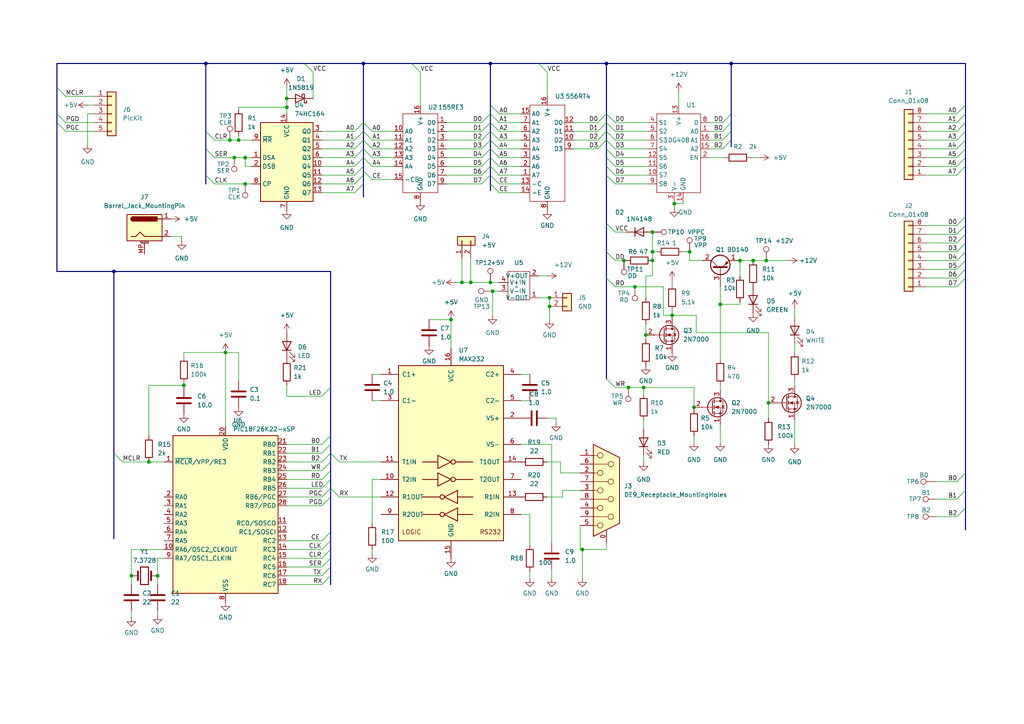
<source format=kicad_sch>
(kicad_sch (version 20231120) (generator "eeschema") (generator_version "8.0")
  (paper "A4")
  (junction (at 222.25 75.565))
  (junction (at 212.09 18.415))
  (junction (at 33.02 78.74))
  (junction (at 142.24 18.415))
  (junction (at 200.025 73.025))
  (junction (at 189.23 75.565))
  (junction (at 159.385 88.9))
  (junction (at 67.945 45.72))
  (junction (at 43.18 133.985))
  (junction (at 136.525 81.915))
  (junction (at 133.985 81.915))
  (junction (at 195.58 59.055))
  (junction (at 71.12 45.72))
  (junction (at 45.72 167.005))
  (junction (at 201.295 118.11))
  (junction (at 180.975 75.565))
  (junction (at 66.675 40.64))
  (junction (at 159.385 86.36))
  (junction (at 189.23 73.025))
  (junction (at 208.915 88.265))
  (junction (at 130.81 92.71))
  (junction (at 175.895 18.415))
  (junction (at 69.215 40.64))
  (junction (at 83.185 31.115))
  (junction (at 142.24 81.915))
  (junction (at 194.945 91.44))
  (junction (at 38.1 167.005))
  (junction (at 214.63 75.565))
  (junction (at 142.875 84.455))
  (junction (at 71.12 53.34))
  (junction (at 218.44 75.565))
  (junction (at 222.885 116.84))
  (junction (at 65.405 102.235))
  (junction (at 53.34 111.76))
  (junction (at 182.245 112.395))
  (junction (at 184.15 83.185))
  (junction (at 187.325 97.155))
  (junction (at 168.91 159.385))
  (junction (at 105.41 18.415))
  (junction (at 189.23 67.31))
  (junction (at 186.69 112.395))
  (junction (at 83.185 28.575))
  (junction (at 59.69 18.415))
  (bus_entry (at 178.435 48.26) (size -2.54 -2.54))
  (bus_entry (at 93.345 128.905) (size 2.54 -2.54))
  (bus_entry (at 209.55 35.56) (size 2.54 -2.54))
  (bus_entry (at 16.51 35.56) (size 2.54 2.54))
  (bus_entry (at 178.435 40.64) (size -2.54 -2.54))
  (bus_entry (at 173.355 40.64) (size 2.54 -2.54))
  (bus_entry (at 277.495 38.1) (size 2.54 -2.54))
  (bus_entry (at 277.495 144.78) (size 2.54 -2.54))
  (bus_entry (at 178.435 38.1) (size -2.54 -2.54))
  (bus_entry (at 277.495 70.485) (size 2.54 -2.54))
  (bus_entry (at 277.495 73.025) (size 2.54 -2.54))
  (bus_entry (at 102.87 45.72) (size 2.54 -2.54))
  (bus_entry (at 93.345 159.385) (size 2.54 -2.54))
  (bus_entry (at 277.495 80.645) (size 2.54 -2.54))
  (bus_entry (at 139.7 35.56) (size 2.54 -2.54))
  (bus_entry (at 93.345 144.145) (size 2.54 -2.54))
  (bus_entry (at 144.78 50.8) (size -2.54 -2.54))
  (bus_entry (at 93.345 133.985) (size 2.54 -2.54))
  (bus_entry (at 178.435 45.72) (size -2.54 -2.54))
  (bus_entry (at 175.895 80.645) (size 2.54 2.54))
  (bus_entry (at 209.55 38.1) (size 2.54 -2.54))
  (bus_entry (at 209.55 40.64) (size 2.54 -2.54))
  (bus_entry (at 93.345 136.525) (size 2.54 -2.54))
  (bus_entry (at 93.345 169.545) (size 2.54 -2.54))
  (bus_entry (at 209.55 43.18) (size 2.54 -2.54))
  (bus_entry (at 93.345 167.005) (size 2.54 -2.54))
  (bus_entry (at 139.7 50.8) (size 2.54 -2.54))
  (bus_entry (at 277.495 35.56) (size 2.54 -2.54))
  (bus_entry (at 175.895 109.855) (size 2.54 2.54))
  (bus_entry (at 144.78 53.34) (size -2.54 -2.54))
  (bus_entry (at 93.345 146.685) (size 2.54 -2.54))
  (bus_entry (at 93.345 131.445) (size 2.54 -2.54))
  (bus_entry (at 277.495 48.26) (size 2.54 -2.54))
  (bus_entry (at 277.495 139.7) (size 2.54 -2.54))
  (bus_entry (at 139.7 48.26) (size 2.54 -2.54))
  (bus_entry (at 102.87 55.88) (size 2.54 -2.54))
  (bus_entry (at 105.41 43.18) (size 2.54 2.54))
  (bus_entry (at 93.345 161.925) (size 2.54 -2.54))
  (bus_entry (at 277.495 83.185) (size 2.54 -2.54))
  (bus_entry (at 102.87 53.34) (size 2.54 -2.54))
  (bus_entry (at 105.41 49.53) (size 2.54 2.54))
  (bus_entry (at 93.345 141.605) (size 2.54 -2.54))
  (bus_entry (at 144.78 38.1) (size -2.54 -2.54))
  (bus_entry (at 277.495 65.405) (size 2.54 -2.54))
  (bus_entry (at 156.21 18.415) (size 2.54 2.54))
  (bus_entry (at 98.425 144.145) (size -2.54 -2.54))
  (bus_entry (at 173.355 38.1) (size 2.54 -2.54))
  (bus_entry (at 144.78 33.02) (size -2.54 -2.54))
  (bus_entry (at 175.895 64.77) (size 2.54 2.54))
  (bus_entry (at 95.885 131.445) (size 2.54 2.54))
  (bus_entry (at 277.495 149.86) (size 2.54 -2.54))
  (bus_entry (at 173.355 43.18) (size 2.54 -2.54))
  (bus_entry (at 102.87 48.26) (size 2.54 -2.54))
  (bus_entry (at 178.435 53.34) (size -2.54 -2.54))
  (bus_entry (at 178.435 43.18) (size -2.54 -2.54))
  (bus_entry (at 16.51 33.02) (size 2.54 2.54))
  (bus_entry (at 105.41 38.1) (size 2.54 2.54))
  (bus_entry (at 33.02 131.445) (size 2.54 2.54))
  (bus_entry (at 93.345 156.845) (size 2.54 -2.54))
  (bus_entry (at 105.41 45.72) (size 2.54 2.54))
  (bus_entry (at 93.345 114.935) (size 2.54 -2.54))
  (bus_entry (at 59.69 50.8) (size 2.54 2.54))
  (bus_entry (at 16.51 25.4) (size 2.54 2.54))
  (bus_entry (at 93.345 164.465) (size 2.54 -2.54))
  (bus_entry (at 277.495 33.02) (size 2.54 -2.54))
  (bus_entry (at 178.435 35.56) (size -2.54 -2.54))
  (bus_entry (at 277.495 75.565) (size 2.54 -2.54))
  (bus_entry (at 173.355 35.56) (size 2.54 -2.54))
  (bus_entry (at 144.78 43.18) (size -2.54 -2.54))
  (bus_entry (at 59.69 38.1) (size 2.54 2.54))
  (bus_entry (at 277.495 50.8) (size 2.54 -2.54))
  (bus_entry (at 144.78 45.72) (size -2.54 -2.54))
  (bus_entry (at 277.495 40.64) (size 2.54 -2.54))
  (bus_entry (at 175.895 73.025) (size 2.54 2.54))
  (bus_entry (at 144.78 55.88) (size -2.54 -2.54))
  (bus_entry (at 277.495 78.105) (size 2.54 -2.54))
  (bus_entry (at 178.435 50.8) (size -2.54 -2.54))
  (bus_entry (at 102.87 38.1) (size 2.54 -2.54))
  (bus_entry (at 119.38 18.415) (size 2.54 2.54))
  (bus_entry (at 139.7 53.34) (size 2.54 -2.54))
  (bus_entry (at 105.41 40.64) (size 2.54 2.54))
  (bus_entry (at 105.41 35.56) (size 2.54 2.54))
  (bus_entry (at 139.7 45.72) (size 2.54 -2.54))
  (bus_entry (at 102.87 43.18) (size 2.54 -2.54))
  (bus_entry (at 88.265 18.415) (size 2.54 2.54))
  (bus_entry (at 102.87 40.64) (size 2.54 -2.54))
  (bus_entry (at 102.87 50.8) (size 2.54 -2.54))
  (bus_entry (at 144.78 35.56) (size -2.54 -2.54))
  (bus_entry (at 144.78 40.64) (size -2.54 -2.54))
  (bus_entry (at 144.78 48.26) (size -2.54 -2.54))
  (bus_entry (at 277.495 45.72) (size 2.54 -2.54))
  (bus_entry (at 139.7 38.1) (size 2.54 -2.54))
  (bus_entry (at 277.495 43.18) (size 2.54 -2.54))
  (bus_entry (at 139.7 40.64) (size 2.54 -2.54))
  (bus_entry (at 139.7 43.18) (size 2.54 -2.54))
  (bus_entry (at 93.345 139.065) (size 2.54 -2.54))
  (bus_entry (at 277.495 67.945) (size 2.54 -2.54))
  (bus_entry (at 59.69 43.18) (size 2.54 2.54))
  (wire (pts (xy 166.37 38.1) (xy 173.355 38.1)))
  (bus (pts (xy 59.69 18.415) (xy 88.265 18.415)))
  (bus (pts (xy 280.035 43.18) (xy 280.035 45.72)))
  (wire (pts (xy 129.54 38.1) (xy 139.7 38.1)))
  (wire (pts (xy 69.215 31.115) (xy 83.185 31.115)))
  (wire (pts (xy 53.34 102.235) (xy 53.34 103.505)))
  (wire (pts (xy 161.29 121.285) (xy 161.29 122.555)))
  (wire (pts (xy 196.85 26.67) (xy 196.85 30.48)))
  (bus (pts (xy 33.02 131.445) (xy 33.02 78.74)))
  (bus (pts (xy 142.24 30.48) (xy 142.24 33.02)))
  (wire (pts (xy 201.295 128.27) (xy 201.295 126.365)))
  (wire (pts (xy 189.23 80.01) (xy 189.23 75.565)))
  (wire (pts (xy 186.69 112.395) (xy 186.69 114.3)))
  (wire (pts (xy 178.435 43.18) (xy 187.96 43.18)))
  (wire (pts (xy 83.185 156.845) (xy 93.345 156.845)))
  (wire (pts (xy 201.295 112.395) (xy 201.295 118.11)))
  (wire (pts (xy 158.75 80.01) (xy 156.21 80.01)))
  (wire (pts (xy 53.34 111.125) (xy 53.34 111.76)))
  (wire (pts (xy 208.915 88.265) (xy 208.915 83.185)))
  (wire (pts (xy 93.345 114.935) (xy 83.185 114.935)))
  (wire (pts (xy 205.74 35.56) (xy 209.55 35.56)))
  (bus (pts (xy 16.51 35.56) (xy 16.51 78.74)))
  (wire (pts (xy 160.02 165.1) (xy 160.02 167.64)))
  (wire (pts (xy 159.385 86.36) (xy 159.385 88.9)))
  (bus (pts (xy 59.69 38.1) (xy 59.69 43.18)))
  (wire (pts (xy 25.4 33.02) (xy 25.4 41.91)))
  (wire (pts (xy 268.605 33.02) (xy 277.495 33.02)))
  (wire (pts (xy 159.385 86.36) (xy 156.21 86.36)))
  (wire (pts (xy 107.95 159.385) (xy 107.95 160.655)))
  (wire (pts (xy 222.885 116.84) (xy 222.885 96.52)))
  (bus (pts (xy 59.69 18.415) (xy 59.69 38.1)))
  (wire (pts (xy 184.15 83.185) (xy 192.405 83.185)))
  (bus (pts (xy 95.885 154.305) (xy 95.885 156.845)))
  (wire (pts (xy 144.78 40.64) (xy 151.13 40.64)))
  (wire (pts (xy 168.91 159.385) (xy 175.895 159.385)))
  (wire (pts (xy 129.54 43.18) (xy 139.7 43.18)))
  (bus (pts (xy 280.035 48.26) (xy 280.035 62.865)))
  (wire (pts (xy 178.435 50.8) (xy 187.96 50.8)))
  (bus (pts (xy 280.035 147.32) (xy 280.035 153.67)))
  (bus (pts (xy 156.21 18.415) (xy 175.895 18.415)))
  (wire (pts (xy 124.46 92.71) (xy 130.81 92.71)))
  (wire (pts (xy 144.78 43.18) (xy 151.13 43.18)))
  (wire (pts (xy 129.54 35.56) (xy 139.7 35.56)))
  (wire (pts (xy 136.525 74.93) (xy 136.525 81.915)))
  (wire (pts (xy 130.81 92.71) (xy 130.81 100.965)))
  (wire (pts (xy 178.435 40.64) (xy 187.96 40.64)))
  (wire (pts (xy 83.185 164.465) (xy 93.345 164.465)))
  (wire (pts (xy 163.195 142.24) (xy 163.195 144.145)))
  (wire (pts (xy 168.275 142.24) (xy 163.195 142.24)))
  (bus (pts (xy 280.035 35.56) (xy 280.035 38.1)))
  (wire (pts (xy 107.95 45.72) (xy 114.3 45.72)))
  (wire (pts (xy 166.37 40.64) (xy 173.355 40.64)))
  (bus (pts (xy 33.02 78.74) (xy 16.51 78.74)))
  (bus (pts (xy 95.885 144.145) (xy 95.885 154.305)))
  (bus (pts (xy 280.035 45.72) (xy 280.035 48.26)))
  (bus (pts (xy 280.035 67.945) (xy 280.035 70.485)))
  (bus (pts (xy 59.69 50.8) (xy 59.69 53.34)))
  (wire (pts (xy 144.78 53.34) (xy 151.13 53.34)))
  (wire (pts (xy 144.78 38.1) (xy 151.13 38.1)))
  (wire (pts (xy 71.12 48.26) (xy 73.025 48.26)))
  (bus (pts (xy 280.035 40.64) (xy 280.035 43.18)))
  (wire (pts (xy 107.95 108.585) (xy 110.49 108.585)))
  (wire (pts (xy 268.605 50.8) (xy 277.495 50.8)))
  (bus (pts (xy 105.41 50.8) (xy 105.41 53.34)))
  (wire (pts (xy 43.18 133.985) (xy 47.625 133.985)))
  (wire (pts (xy 195.58 59.055) (xy 195.58 60.325)))
  (bus (pts (xy 95.885 131.445) (xy 95.885 133.985)))
  (wire (pts (xy 62.23 45.72) (xy 67.945 45.72)))
  (wire (pts (xy 69.215 31.75) (xy 69.215 31.115)))
  (wire (pts (xy 214.63 75.565) (xy 214.63 80.01)))
  (bus (pts (xy 95.885 141.605) (xy 95.885 144.145)))
  (wire (pts (xy 168.91 159.385) (xy 168.91 167.64)))
  (wire (pts (xy 49.53 68.58) (xy 52.705 68.58)))
  (wire (pts (xy 129.54 40.64) (xy 139.7 40.64)))
  (wire (pts (xy 189.23 73.025) (xy 189.23 75.565)))
  (wire (pts (xy 45.72 161.925) (xy 45.72 167.005)))
  (wire (pts (xy 142.24 81.915) (xy 144.78 81.915)))
  (wire (pts (xy 268.605 67.945) (xy 277.495 67.945)))
  (bus (pts (xy 95.885 128.905) (xy 95.885 131.445)))
  (bus (pts (xy 95.885 164.465) (xy 95.885 167.005)))
  (bus (pts (xy 95.885 161.925) (xy 95.885 164.465)))
  (wire (pts (xy 175.895 159.385) (xy 175.895 157.48)))
  (wire (pts (xy 166.37 35.56) (xy 173.355 35.56)))
  (bus (pts (xy 142.24 48.26) (xy 142.24 50.8)))
  (bus (pts (xy 175.895 45.72) (xy 175.895 48.26)))
  (bus (pts (xy 280.035 142.24) (xy 280.035 147.32)))
  (wire (pts (xy 201.93 91.44) (xy 194.945 91.44)))
  (bus (pts (xy 142.24 35.56) (xy 142.24 38.1)))
  (bus (pts (xy 212.09 38.1) (xy 212.09 40.64)))
  (wire (pts (xy 166.37 43.18) (xy 173.355 43.18)))
  (wire (pts (xy 93.345 53.34) (xy 102.87 53.34)))
  (bus (pts (xy 142.24 50.8) (xy 142.24 53.34)))
  (bus (pts (xy 175.895 33.02) (xy 175.895 35.56)))
  (wire (pts (xy 268.605 83.185) (xy 277.495 83.185)))
  (wire (pts (xy 35.56 133.985) (xy 43.18 133.985)))
  (bus (pts (xy 33.02 78.74) (xy 95.885 78.74)))
  (bus (pts (xy 175.895 64.77) (xy 175.895 73.025)))
  (bus (pts (xy 33.02 156.21) (xy 33.02 131.445)))
  (wire (pts (xy 136.525 81.915) (xy 142.24 81.915)))
  (wire (pts (xy 178.435 45.72) (xy 187.96 45.72)))
  (wire (pts (xy 214.63 87.63) (xy 214.63 88.265)))
  (bus (pts (xy 280.035 80.645) (xy 280.035 137.16)))
  (wire (pts (xy 133.985 81.915) (xy 136.525 81.915)))
  (bus (pts (xy 119.38 18.415) (xy 142.24 18.415)))
  (wire (pts (xy 98.425 144.145) (xy 110.49 144.145)))
  (wire (pts (xy 160.02 128.905) (xy 160.02 157.48)))
  (wire (pts (xy 65.405 102.235) (xy 65.405 123.825)))
  (wire (pts (xy 83.185 167.005) (xy 93.345 167.005)))
  (wire (pts (xy 268.605 75.565) (xy 277.495 75.565)))
  (bus (pts (xy 142.24 18.415) (xy 142.24 30.48)))
  (wire (pts (xy 83.185 28.575) (xy 83.185 31.115)))
  (wire (pts (xy 186.69 121.92) (xy 186.69 124.46)))
  (wire (pts (xy 163.195 144.145) (xy 158.75 144.145)))
  (wire (pts (xy 144.78 45.72) (xy 151.13 45.72)))
  (wire (pts (xy 230.505 121.92) (xy 230.505 128.905)))
  (wire (pts (xy 268.605 43.18) (xy 277.495 43.18)))
  (wire (pts (xy 268.605 38.1) (xy 277.495 38.1)))
  (wire (pts (xy 83.185 161.925) (xy 93.345 161.925)))
  (wire (pts (xy 178.435 38.1) (xy 187.96 38.1)))
  (bus (pts (xy 95.885 133.985) (xy 95.885 136.525)))
  (wire (pts (xy 129.54 48.26) (xy 139.7 48.26)))
  (wire (pts (xy 144.78 48.26) (xy 151.13 48.26)))
  (bus (pts (xy 95.885 167.005) (xy 95.885 169.545)))
  (wire (pts (xy 158.75 20.955) (xy 158.75 27.94)))
  (wire (pts (xy 25.4 30.48) (xy 27.305 30.48)))
  (bus (pts (xy 16.51 33.02) (xy 16.51 35.56)))
  (wire (pts (xy 187.325 93.98) (xy 187.325 97.155)))
  (wire (pts (xy 83.185 133.985) (xy 93.345 133.985)))
  (bus (pts (xy 142.24 40.64) (xy 142.24 43.18)))
  (wire (pts (xy 133.985 74.93) (xy 133.985 81.915)))
  (wire (pts (xy 201.93 96.52) (xy 201.93 91.44)))
  (bus (pts (xy 280.035 73.025) (xy 280.035 75.565)))
  (wire (pts (xy 129.54 53.34) (xy 139.7 53.34)))
  (wire (pts (xy 107.95 116.205) (xy 110.49 116.205)))
  (bus (pts (xy 280.035 70.485) (xy 280.035 73.025)))
  (wire (pts (xy 186.69 112.395) (xy 201.295 112.395)))
  (wire (pts (xy 195.58 58.42) (xy 195.58 59.055)))
  (wire (pts (xy 98.425 133.985) (xy 110.49 133.985)))
  (wire (pts (xy 83.185 25.4) (xy 83.185 28.575)))
  (bus (pts (xy 95.885 112.395) (xy 95.885 126.365)))
  (bus (pts (xy 105.41 38.1) (xy 105.41 40.64)))
  (wire (pts (xy 83.185 141.605) (xy 93.345 141.605)))
  (wire (pts (xy 208.915 111.76) (xy 208.915 113.03)))
  (wire (pts (xy 107.95 48.26) (xy 114.3 48.26)))
  (wire (pts (xy 144.78 84.455) (xy 142.875 84.455)))
  (wire (pts (xy 268.605 80.645) (xy 277.495 80.645)))
  (wire (pts (xy 268.605 70.485) (xy 277.495 70.485)))
  (wire (pts (xy 71.12 45.72) (xy 71.12 48.26)))
  (wire (pts (xy 178.435 35.56) (xy 187.96 35.56)))
  (wire (pts (xy 205.74 40.64) (xy 209.55 40.64)))
  (wire (pts (xy 208.915 104.14) (xy 208.915 88.265)))
  (wire (pts (xy 43.18 111.76) (xy 53.34 111.76)))
  (wire (pts (xy 159.385 92.71) (xy 159.385 88.9)))
  (bus (pts (xy 175.895 18.415) (xy 175.895 33.02)))
  (wire (pts (xy 129.54 50.8) (xy 139.7 50.8)))
  (bus (pts (xy 105.41 45.72) (xy 105.41 48.26)))
  (bus (pts (xy 105.41 18.415) (xy 119.38 18.415)))
  (wire (pts (xy 142.875 84.455) (xy 142.875 91.44)))
  (wire (pts (xy 214.63 88.265) (xy 208.915 88.265)))
  (bus (pts (xy 95.885 139.065) (xy 95.885 141.605)))
  (wire (pts (xy 47.625 161.925) (xy 45.72 161.925)))
  (wire (pts (xy 83.185 159.385) (xy 93.345 159.385)))
  (bus (pts (xy 105.41 18.415) (xy 105.41 35.56)))
  (wire (pts (xy 83.185 139.065) (xy 93.345 139.065)))
  (bus (pts (xy 142.24 38.1) (xy 142.24 40.64)))
  (wire (pts (xy 83.185 146.685) (xy 93.345 146.685)))
  (wire (pts (xy 194.945 91.44) (xy 194.945 92.075)))
  (wire (pts (xy 129.54 45.72) (xy 139.7 45.72)))
  (wire (pts (xy 107.95 139.065) (xy 107.95 151.765)))
  (bus (pts (xy 16.51 25.4) (xy 16.51 33.02)))
  (wire (pts (xy 83.185 169.545) (xy 93.345 169.545)))
  (bus (pts (xy 280.035 30.48) (xy 280.035 33.02)))
  (wire (pts (xy 205.74 43.18) (xy 209.55 43.18)))
  (wire (pts (xy 178.435 53.34) (xy 187.96 53.34)))
  (wire (pts (xy 65.405 102.235) (xy 53.34 102.235)))
  (bus (pts (xy 280.035 78.105) (xy 280.035 80.645)))
  (wire (pts (xy 192.405 83.185) (xy 192.405 91.44)))
  (wire (pts (xy 198.12 58.42) (xy 198.12 59.055)))
  (bus (pts (xy 280.035 65.405) (xy 280.035 67.945)))
  (wire (pts (xy 144.78 35.56) (xy 151.13 35.56)))
  (bus (pts (xy 16.51 18.415) (xy 16.51 25.4)))
  (wire (pts (xy 214.63 75.565) (xy 213.995 75.565)))
  (wire (pts (xy 271.78 144.78) (xy 277.495 144.78)))
  (wire (pts (xy 45.72 177.165) (xy 45.72 178.435)))
  (wire (pts (xy 69.215 102.235) (xy 65.405 102.235)))
  (wire (pts (xy 178.435 83.185) (xy 184.15 83.185)))
  (wire (pts (xy 208.915 123.19) (xy 208.915 128.27)))
  (wire (pts (xy 93.345 55.88) (xy 102.87 55.88)))
  (bus (pts (xy 175.895 43.18) (xy 175.895 45.72)))
  (wire (pts (xy 73.025 40.64) (xy 69.215 40.64)))
  (wire (pts (xy 158.75 121.285) (xy 161.29 121.285)))
  (bus (pts (xy 142.24 53.34) (xy 142.24 55.245)))
  (wire (pts (xy 187.325 80.01) (xy 189.23 80.01)))
  (bus (pts (xy 95.885 126.365) (xy 95.885 128.905)))
  (wire (pts (xy 83.185 128.905) (xy 93.345 128.905)))
  (wire (pts (xy 222.885 96.52) (xy 201.93 96.52)))
  (bus (pts (xy 212.09 33.02) (xy 212.09 35.56)))
  (wire (pts (xy 187.325 86.36) (xy 187.325 80.01)))
  (wire (pts (xy 62.23 53.34) (xy 71.12 53.34)))
  (wire (pts (xy 19.05 27.94) (xy 27.305 27.94)))
  (bus (pts (xy 95.885 159.385) (xy 95.885 161.925)))
  (wire (pts (xy 93.345 50.8) (xy 102.87 50.8)))
  (bus (pts (xy 280.035 137.16) (xy 280.035 142.24)))
  (bus (pts (xy 16.51 18.415) (xy 59.69 18.415)))
  (wire (pts (xy 93.345 43.18) (xy 102.87 43.18)))
  (bus (pts (xy 212.09 18.415) (xy 212.09 33.02)))
  (wire (pts (xy 194.945 90.17) (xy 194.945 91.44)))
  (bus (pts (xy 212.09 35.56) (xy 212.09 38.1)))
  (wire (pts (xy 47.625 159.385) (xy 38.1 159.385)))
  (bus (pts (xy 95.885 136.525) (xy 95.885 139.065)))
  (wire (pts (xy 38.1 177.165) (xy 38.1 179.07)))
  (wire (pts (xy 217.805 45.72) (xy 220.345 45.72)))
  (wire (pts (xy 38.1 159.385) (xy 38.1 167.005)))
  (wire (pts (xy 153.67 165.735) (xy 153.67 167.64)))
  (wire (pts (xy 222.25 75.565) (xy 218.44 75.565)))
  (wire (pts (xy 198.12 59.055) (xy 195.58 59.055)))
  (wire (pts (xy 107.95 52.07) (xy 114.3 52.07)))
  (wire (pts (xy 67.945 45.72) (xy 71.12 45.72)))
  (bus (pts (xy 142.24 33.02) (xy 142.24 35.56)))
  (bus (pts (xy 280.035 18.415) (xy 280.035 30.48)))
  (wire (pts (xy 69.215 40.64) (xy 69.215 39.37)))
  (wire (pts (xy 52.705 68.58) (xy 52.705 69.85)))
  (wire (pts (xy 83.185 114.935) (xy 83.185 111.76)))
  (bus (pts (xy 175.895 18.415) (xy 212.09 18.415)))
  (wire (pts (xy 178.435 48.26) (xy 187.96 48.26)))
  (bus (pts (xy 105.41 49.53) (xy 105.41 50.8)))
  (wire (pts (xy 153.67 149.225) (xy 153.67 158.115)))
  (wire (pts (xy 180.975 75.565) (xy 181.61 75.565)))
  (bus (pts (xy 280.035 33.02) (xy 280.035 35.56)))
  (wire (pts (xy 201.295 118.745) (xy 201.295 118.11)))
  (bus (pts (xy 175.895 40.64) (xy 175.895 43.18)))
  (wire (pts (xy 19.05 35.56) (xy 27.305 35.56)))
  (wire (pts (xy 200.025 75.565) (xy 203.835 75.565)))
  (wire (pts (xy 93.345 38.1) (xy 102.87 38.1)))
  (wire (pts (xy 132.08 81.915) (xy 133.985 81.915)))
  (wire (pts (xy 205.74 45.72) (xy 210.185 45.72)))
  (wire (pts (xy 45.72 167.005) (xy 45.72 169.545)))
  (wire (pts (xy 158.75 133.985) (xy 162.56 133.985)))
  (bus (pts (xy 280.035 75.565) (xy 280.035 78.105)))
  (wire (pts (xy 268.605 48.26) (xy 277.495 48.26)))
  (bus (pts (xy 175.895 38.1) (xy 175.895 40.64)))
  (bus (pts (xy 95.885 78.74) (xy 95.885 112.395)))
  (wire (pts (xy 151.13 128.905) (xy 160.02 128.905)))
  (wire (pts (xy 218.44 75.565) (xy 214.63 75.565)))
  (wire (pts (xy 27.305 33.02) (xy 25.4 33.02)))
  (wire (pts (xy 73.025 45.72) (xy 71.12 45.72)))
  (bus (pts (xy 212.09 40.64) (xy 212.09 42.545)))
  (wire (pts (xy 268.605 73.025) (xy 277.495 73.025)))
  (wire (pts (xy 168.275 152.4) (xy 168.275 159.385)))
  (wire (pts (xy 162.56 137.16) (xy 168.275 137.16)))
  (bus (pts (xy 105.41 35.56) (xy 105.41 38.1)))
  (bus (pts (xy 175.895 48.26) (xy 175.895 50.8)))
  (wire (pts (xy 19.05 38.1) (xy 27.305 38.1)))
  (bus (pts (xy 175.895 73.025) (xy 175.895 80.645)))
  (wire (pts (xy 38.1 167.005) (xy 38.1 169.545)))
  (wire (pts (xy 69.215 110.49) (xy 69.215 102.235)))
  (wire (pts (xy 151.13 149.225) (xy 153.67 149.225)))
  (wire (pts (xy 93.345 48.26) (xy 102.87 48.26)))
  (wire (pts (xy 190.5 73.025) (xy 189.23 73.025)))
  (wire (pts (xy 186.69 132.08) (xy 186.69 133.985)))
  (wire (pts (xy 268.605 40.64) (xy 277.495 40.64)))
  (bus (pts (xy 280.035 38.1) (xy 280.035 40.64)))
  (wire (pts (xy 178.435 112.395) (xy 182.245 112.395)))
  (wire (pts (xy 83.185 136.525) (xy 93.345 136.525)))
  (wire (pts (xy 187.325 97.155) (xy 187.325 98.425)))
  (bus (pts (xy 105.41 53.34) (xy 105.41 57.15)))
  (bus (pts (xy 88.265 18.415) (xy 105.41 18.415)))
  (wire (pts (xy 93.345 45.72) (xy 102.87 45.72)))
  (wire (pts (xy 228.6 75.565) (xy 222.25 75.565)))
  (wire (pts (xy 230.505 89.535) (xy 230.505 92.075)))
  (wire (pts (xy 144.78 55.88) (xy 151.13 55.88)))
  (wire (pts (xy 230.505 99.695) (xy 230.505 102.235)))
  (bus (pts (xy 105.41 43.18) (xy 105.41 45.72)))
  (bus (pts (xy 175.895 80.645) (xy 175.895 109.855)))
  (bus (pts (xy 105.41 40.64) (xy 105.41 43.18)))
  (wire (pts (xy 182.245 112.395) (xy 186.69 112.395)))
  (bus (pts (xy 280.035 62.865) (xy 280.035 65.405)))
  (wire (pts (xy 93.345 40.64) (xy 102.87 40.64)))
  (wire (pts (xy 205.74 38.1) (xy 209.55 38.1)))
  (wire (pts (xy 268.605 65.405) (xy 277.495 65.405)))
  (wire (pts (xy 107.95 40.64) (xy 114.3 40.64)))
  (wire (pts (xy 83.185 144.145) (xy 93.345 144.145)))
  (wire (pts (xy 151.13 116.205) (xy 153.67 116.205)))
  (wire (pts (xy 110.49 139.065) (xy 107.95 139.065)))
  (wire (pts (xy 90.805 20.955) (xy 90.805 28.575)))
  (wire (pts (xy 121.92 20.955) (xy 121.92 30.48)))
  (wire (pts (xy 178.435 75.565) (xy 180.975 75.565)))
  (bus (pts (xy 105.41 48.26) (xy 105.41 49.53)))
  (wire (pts (xy 144.78 50.8) (xy 151.13 50.8)))
  (wire (pts (xy 83.185 31.115) (xy 83.185 33.02)))
  (wire (pts (xy 83.185 131.445) (xy 93.345 131.445)))
  (wire (pts (xy 168.275 159.385) (xy 168.91 159.385)))
  (bus (pts (xy 142.24 43.18) (xy 142.24 45.72)))
  (wire (pts (xy 107.95 43.18) (xy 114.3 43.18)))
  (wire (pts (xy 268.605 45.72) (xy 277.495 45.72)))
  (wire (pts (xy 53.34 111.76) (xy 53.34 112.395)))
  (wire (pts (xy 43.18 111.76) (xy 43.18 126.365)))
  (bus (pts (xy 59.69 43.18) (xy 59.69 50.8)))
  (wire (pts (xy 230.505 109.855) (xy 230.505 111.76)))
  (bus (pts (xy 142.24 18.415) (xy 156.21 18.415)))
  (wire (pts (xy 222.885 116.84) (xy 222.885 121.285)))
  (wire (pts (xy 268.605 35.56) (xy 277.495 35.56)))
  (wire (pts (xy 151.13 108.585) (xy 153.67 108.585)))
  (bus (pts (xy 95.885 156.845) (xy 95.885 159.385)))
  (wire (pts (xy 198.12 73.025) (xy 200.025 73.025)))
  (wire (pts (xy 62.23 40.64) (xy 66.675 40.64)))
  (bus (pts (xy 142.24 45.72) (xy 142.24 48.26)))
  (wire (pts (xy 192.405 91.44) (xy 194.945 91.44)))
  (wire (pts (xy 271.145 139.7) (xy 277.495 139.7)))
  (bus (pts (xy 175.895 35.56) (xy 175.895 38.1)))
  (wire (pts (xy 178.435 67.31) (xy 181.61 67.31)))
  (wire (pts (xy 107.95 38.1) (xy 114.3 38.1)))
  (wire (pts (xy 271.78 149.86) (xy 277.495 149.86)))
  (wire (pts (xy 189.23 67.31) (xy 189.23 73.025)))
  (bus (pts (xy 212.09 18.415) (xy 280.035 18.415)))
  (bus (pts (xy 175.895 50.8) (xy 175.895 64.77)))
  (wire (pts (xy 144.78 33.02) (xy 151.13 33.02)))
  (wire (pts (xy 268.605 78.105) (xy 277.495 78.105)))
  (wire (pts (xy 162.56 133.985) (xy 162.56 137.16)))
  (wire (pts (xy 71.12 53.34) (xy 73.025 53.34)))
  (wire (pts (xy 200.025 73.025) (xy 200.025 75.565)))
  (wire (pts (xy 194.945 81.28) (xy 194.945 82.55)))
  (wire (pts (xy 66.675 40.64) (xy 69.215 40.64)))
  (label "MCLR" (at 35.56 133.985 0))
  (label "D0" (at 137.16 35.56 0))
  (label "VCC" (at 90.805 20.955 0))
  (label "CLR" (at 62.23 40.64 0))
  (label "D2" (at 137.16 40.64 0))
  (label "B1" (at 274.955 144.78 0))
  (label "PGC" (at 89.535 144.145 0))
  (label "VCC" (at 121.92 20.955 0))
  (label "A3" (at 144.78 40.64 0))
  (label "D1" (at 137.16 38.1 0))
  (label "LED" (at 89.535 114.935 0))
  (label "A7" (at 144.78 50.8 0))
  (label "B0" (at 207.01 38.1 0))
  (label "CLK" (at 89.535 159.385 0))
  (label "RD" (at 90.17 139.065 0))
  (label "B0" (at 274.955 139.7 0))
  (label "D7" (at 274.955 83.185 0))
  (label "D2" (at 274.955 70.485 0))
  (label "A2" (at 107.95 43.18 0))
  (label "A7" (at 100.33 55.88 0))
  (label "D0" (at 178.435 35.56 0))
  (label "A5" (at 144.78 45.72 0))
  (label "A4" (at 274.955 43.18 0))
  (label "D1" (at 274.955 67.945 0))
  (label "TX" (at 90.805 167.005 0))
  (label "D2" (at 170.815 40.64 0))
  (label "A2" (at 100.33 43.18 0))
  (label "B1" (at 90.17 131.445 0))
  (label "A0" (at 274.955 33.02 0))
  (label "TX" (at 98.425 133.985 0))
  (label "PGD" (at 19.05 35.56 0))
  (label "CE" (at 144.78 53.34 0))
  (label "DD" (at 178.435 75.565 0))
  (label "A0" (at 107.95 38.1 0))
  (label "A1" (at 144.78 35.56 0))
  (label "CE" (at 107.95 52.07 0))
  (label "B0" (at 90.17 128.905 0))
  (label "D6" (at 178.435 50.8 0))
  (label "D0" (at 170.815 35.56 0))
  (label "D3" (at 274.955 73.025 0))
  (label "A6" (at 144.78 48.26 0))
  (label "D2" (at 178.435 40.64 0))
  (label "MCLR" (at 19.05 27.94 0))
  (label "D5" (at 274.955 78.105 0))
  (label "D3" (at 178.435 43.18 0))
  (label "A5" (at 274.955 45.72 0))
  (label "VCC" (at 178.435 67.31 0))
  (label "CE" (at 144.78 55.88 0))
  (label "CLK" (at 62.23 53.34 0))
  (label "A6" (at 100.33 53.34 0))
  (label "B1" (at 207.01 40.64 0))
  (label "D7" (at 137.16 53.34 0))
  (label "D1" (at 170.815 38.1 0))
  (label "A1" (at 100.33 40.64 0))
  (label "A1" (at 107.95 40.64 0))
  (label "D6" (at 274.955 80.645 0))
  (label "A0" (at 144.78 33.02 0))
  (label "A3" (at 100.33 45.72 0))
  (label "A1" (at 274.955 35.56 0))
  (label "RX" (at 90.805 169.545 0))
  (label "D5" (at 178.435 48.26 0))
  (label "CLR" (at 89.535 161.925 0))
  (label "D6" (at 137.16 50.8 0))
  (label "D4" (at 274.955 75.565 0))
  (label "SER" (at 89.535 164.465 0))
  (label "A3" (at 107.95 45.72 0))
  (label "PGC" (at 19.05 38.1 0))
  (label "SER" (at 62.23 45.72 0))
  (label "A5" (at 100.33 50.8 0))
  (label "PGD" (at 89.535 146.685 0))
  (label "B2" (at 90.17 133.985 0))
  (label "CE" (at 90.17 156.845 0))
  (label "D7" (at 178.435 53.34 0))
  (label "D4" (at 178.435 45.72 0))
  (label "A4" (at 144.78 43.18 0))
  (label "A2" (at 144.78 38.1 0))
  (label "VCC" (at 158.75 20.955 0))
  (label "RX" (at 98.425 144.145 0))
  (label "WR" (at 90.17 136.525 0))
  (label "D0" (at 274.955 65.405 0))
  (label "D4" (at 137.16 45.72 0))
  (label "D3" (at 137.16 43.18 0))
  (label "RD" (at 178.435 83.185 0))
  (label "WR" (at 178.435 112.395 0))
  (label "A0" (at 100.33 38.1 0))
  (label "LED" (at 90.17 141.605 0))
  (label "A3" (at 274.955 40.64 0))
  (label "A4" (at 100.33 48.26 0))
  (label "A6" (at 274.955 48.26 0))
  (label "DD" (at 207.01 35.56 0))
  (label "A4" (at 107.95 48.26 0))
  (label "D3" (at 170.815 43.18 0))
  (label "B2" (at 274.955 149.86 0))
  (label "A7" (at 274.955 50.8 0))
  (label "B2" (at 207.01 43.18 0))
  (label "D5" (at 137.16 48.26 0))
  (label "D1" (at 178.435 38.1 0))
  (label "A2" (at 274.955 38.1 0))
  (symbol (lib_id "Device:R") (at 201.295 122.555 0) (unit 1)
    (property "Reference" "R5" (at 203.2 121.285 0) (effects (justify left)))
    (property "Value" "10k" (at 203.2 123.825 0) (effects (justify left)))
    (property "Footprint" "Resistor_THT:R_Axial_DIN0207_L6.3mm_D2.5mm_P10.16mm_Horizontal" (effects (hide yes)))
  )
  (symbol (lib_id "power:GND") (at 142.875 91.44 0) (unit 1)
    (property "Reference" "#PWR028" (effects (hide yes)))
    (property "Value" "GND" (at 142.875 96.52 0))
  )
  (symbol (lib_id "Device:R") (at 107.95 155.575 0) (unit 1)
    (property "Reference" "R17" (at 110.49 154.305 0) (effects (justify left)))
    (property "Value" "100" (at 110.49 156.845 0) (effects (justify left)))
    (property "Footprint" "Resistor_THT:R_Axial_DIN0207_L6.3mm_D2.5mm_P10.16mm_Horizontal" (effects (hide yes)))
  )
  (symbol (lib_id "Connector:TestPoint") (at 142.24 81.915 0) (unit 1)
    (property "Reference" "TP12" (at 137.795 76.2 0) (effects (justify left)))
    (property "Value" "+5V" (at 142.24 76.2 0) (effects (justify left)))
    (property "Footprint" "TestPoint:TestPoint_Loop_D3.50mm_Drill0.9mm_Beaded" (effects (hide yes)))
  )
  (symbol (lib_id "power:GND") (at 187.325 106.045 0) (unit 1)
    (property "Reference" "#PWR02" (effects (hide yes)))
    (property "Value" "GND" (at 187.325 110.49 0))
  )
  (symbol (lib_id "MCU_Microchip_PIC18:PIC18F26K22-xSP") (at 65.405 149.225 0) (unit 1)
    (property "Reference" "U6" (at 67.5991 121.92 0) (effects (justify left)))
    (property "Value" "PIC18F26K22-xSP" (at 67.5991 124.46 0) (effects (justify left)))
    (property "Footprint" "Package_DIP:DIP-28_W7.62mm_Socket_LongPads" (effects (hide yes)))
    (property "Datasheet" "http://ww1.microchip.com/downloads/en/DeviceDoc/40001412G.pdf" (effects (hide yes)))
  )
  (symbol (lib_id "Device:R") (at 186.69 118.11 0) (unit 1)
    (property "Reference" "R10" (at 188.595 116.84 0) (effects (justify left)))
    (property "Value" "1k" (at 188.595 119.38 0) (effects (justify left)))
    (property "Footprint" "Resistor_THT:R_Axial_DIN0207_L6.3mm_D2.5mm_P10.16mm_Horizontal" (effects (hide yes)))
  )
  (symbol (lib_id "power:+5V") (at 25.4 30.48 90) (unit 1)
    (property "Reference" "#PWR09" (effects (hide yes)))
    (property "Value" "+5V" (at 18.415 30.48 90) (effects (justify right)))
  )
  (symbol (lib_id "Analog_Switch:DG408") (at 196.85 40.64 0) (unit 1)
    (property "Reference" "U1" (at 199.0441 30.48 0) (effects (justify left)))
    (property "Value" "DG408" (at 196.85 40.64 0))
    (property "Footprint" "Package_DIP:DIP-16_W7.62mm_Socket_LongPads" (effects (hide yes)))
  )
  (symbol (lib_id "power:+5V") (at 49.53 63.5 270) (unit 1)
    (property "Reference" "#PWR010" (effects (hide yes)))
    (property "Value" "+5V" (at 53.34 63.5 90) (effects (justify left)))
  )
  (symbol (lib_id "Transistor_FET:2N7000") (at 227.965 116.84 0) (unit 1)
    (property "Reference" "Q4" (at 233.68 115.57 0) (effects (justify left)))
    (property "Value" "2N7000" (at 233.68 118.11 0) (effects (justify left)))
    (property "Footprint" "Package_TO_SOT_THT:TO-92_Inline" (effects (hide yes)))
    (property "Datasheet" "https://www.vishay.com/docs/70226/70226.pdf" (effects (hide yes)))
  )
  (symbol (lib_id "Device:LED") (at 83.185 100.33 90) (unit 1)
    (property "Reference" "D6" (at 86.36 100.6475 90) (effects (justify right)))
    (property "Value" "LED" (at 86.36 103.1875 90) (effects (justify right)))
    (property "Footprint" "LED_THT:LED_D5.0mm" (effects (hide yes)))
  )
  (symbol (lib_id "Connector:TestPoint") (at 200.025 73.025 0) (unit 1)
    (property "Reference" "TP9" (at 201.295 69.215 0) (effects (justify left)))
    (property "Value" "VPP" (at 201.295 71.12 0) (effects (justify left)))
    (property "Footprint" "TestPoint:TestPoint_Loop_D3.50mm_Drill0.9mm_Beaded" (effects (hide yes)))
  )
  (symbol (lib_id "power:GND") (at 208.915 128.27 0) (unit 1)
    (property "Reference" "#PWR08" (effects (hide yes)))
    (property "Value" "GND" (at 208.915 133.35 0))
  )
  (symbol (lib_id "Device:C") (at 124.46 96.52 0) (unit 1)
    (property "Reference" "C7" (at 127.635 95.25 0) (effects (justify left)))
    (property "Value" "1.0" (at 127.635 97.79 0) (effects (justify left)))
    (property "Footprint" "Capacitor_THT:C_Disc_D4.3mm_W1.9mm_P5.00mm" (effects (hide yes)))
  )
  (symbol (lib_id "Device:R") (at 187.325 90.17 0) (unit 1)
    (property "Reference" "R8" (at 189.23 88.9 0) (effects (justify left)))
    (property "Value" "1k" (at 189.23 91.44 0) (effects (justify left)))
    (property "Footprint" "Resistor_THT:R_Axial_DIN0207_L6.3mm_D2.5mm_P10.16mm_Horizontal" (effects (hide yes)))
  )
  (symbol (lib_id "power:+5V") (at 83.185 25.4 0) (unit 1)
    (property "Reference" "#PWR018" (effects (hide yes)))
    (property "Value" "+5V" (at 83.185 20.32 0))
  )
  (symbol (lib_id "power:GND") (at 160.02 167.64 0) (unit 1)
    (property "Reference" "#PWR036" (effects (hide yes)))
    (property "Value" "GND" (at 160.02 172.085 0))
  )
  (symbol (lib_id "power:+12V") (at 158.75 80.01 270) (unit 1)
    (property "Reference" "#PWR021" (effects (hide yes)))
    (property "Value" "+12V" (at 160.655 76.835 90) (effects (justify left)))
  )
  (symbol (lib_id "Device:C") (at 154.94 121.285 90) (unit 1)
    (property "Reference" "C8" (at 154.94 114.3 90))
    (property "Value" "1.0" (at 154.94 116.84 90))
    (property "Footprint" "Capacitor_THT:C_Disc_D4.3mm_W1.9mm_P5.00mm" (effects (hide yes)))
  )
  (symbol (lib_id "Connector:TestPoint") (at 222.25 75.565 0) (unit 1)
    (property "Reference" "TP14" (at 219.075 69.85 0) (effects (justify left)))
    (property "Value" "+12V" (at 224.79 69.85 0) (effects (justify left)))
    (property "Footprint" "TestPoint:TestPoint_Loop_D3.50mm_Drill0.9mm_Beaded" (effects (hide yes)))
  )
  (symbol (lib_id "Device:C") (at 53.34 116.205 0) (unit 1)
    (property "Reference" "C6" (at 57.15 114.935 0) (effects (justify left)))
    (property "Value" "10.0" (at 57.15 117.475 0) (effects (justify left)))
    (property "Footprint" "Capacitor_THT:C_Disc_D4.3mm_W1.9mm_P5.00mm" (effects (hide yes)))
  )
  (symbol (lib_id "Device:R") (at 213.995 45.72 90) (unit 1)
    (property "Reference" "R2" (at 213.995 42.545 90))
    (property "Value" "2k" (at 218.44 42.545 90))
    (property "Footprint" "Resistor_THT:R_Axial_DIN0207_L6.3mm_D2.5mm_P10.16mm_Horizontal" (effects (hide yes)))
  )
  (symbol (lib_id "power:GND") (at 161.29 122.555 0) (unit 1)
    (property "Reference" "#PWR039" (effects (hide yes)))
    (property "Value" "GND" (at 161.29 127 0))
  )
  (symbol (lib_id "Device:R") (at 222.885 125.095 0) (unit 1)
    (property "Reference" "R13" (at 225.425 123.825 0) (effects (justify left)))
    (property "Value" "100k" (at 225.425 126.365 0) (effects (justify left)))
    (property "Footprint" "Resistor_THT:R_Axial_DIN0207_L6.3mm_D2.5mm_P10.16mm_Horizontal" (effects (hide yes)))
  )
  (symbol (lib_id "power:+5V") (at 194.945 81.28 0) (unit 1)
    (property "Reference" "#PWR016" (effects (hide yes)))
    (property "Value" "+5V" (at 194.945 76.2 0))
  )
  (symbol (lib_id "Connector:TestPoint") (at 271.78 149.86 90) (unit 1)
    (property "Reference" "TP8" (at 264.795 149.86 90))
    (property "Value" "B2" (at 268.605 147.955 90))
    (property "Footprint" "TestPoint:TestPoint_Loop_D3.50mm_Drill0.9mm_Beaded" (effects (hide yes)))
  )
  (symbol (lib_id "Logic_Programmable:556RT4") (at 158.75 43.18 0) (unit 1)
    (property "Reference" "U3" (at 160.9441 27.94 0) (effects (justify left)))
    (property "Value" "556RT4" (at 167.64 27.94 0))
    (property "Footprint" "Socket:DIP_Socket-16_W4.3_W5.08_W7.62_W10.16_W10.9_3M_216-3340-00-0602J" (effects (hide yes)))
  )
  (symbol (lib_id "power:GND") (at 168.91 167.64 0) (unit 1)
    (property "Reference" "#PWR037" (effects (hide yes)))
    (property "Value" "GND" (at 168.91 172.085 0))
  )
  (symbol (lib_id "Transistor_FET:2N7000") (at 206.375 118.11 0) (unit 1)
    (property "Reference" "Q2" (at 212.09 116.84 0) (effects (justify left)))
    (property "Value" "2N7000" (at 212.09 119.38 0) (effects (justify left)))
    (property "Footprint" "Package_TO_SOT_THT:TO-92_Inline" (effects (hide yes)))
    (property "Datasheet" "https://www.vishay.com/docs/70226/70226.pdf" (effects (hide yes)))
  )
  (symbol (lib_id "Transistor_FET:2N7000") (at 192.405 97.155 0) (unit 1)
    (property "Reference" "Q3" (at 198.12 95.885 0) (effects (justify left)))
    (property "Value" "2N7000" (at 198.12 98.425 0) (effects (justify left)))
    (property "Footprint" "Package_TO_SOT_THT:TO-92_Inline" (effects (hide yes)))
    (property "Datasheet" "https://www.vishay.com/docs/70226/70226.pdf" (effects (hide yes)))
  )
  (symbol (lib_id "power:GND") (at 124.46 100.33 0) (unit 1)
    (property "Reference" "#PWR038" (effects (hide yes)))
    (property "Value" "GND" (at 124.46 104.775 0))
  )
  (symbol (lib_id "Device:R") (at 194.945 86.36 0) (unit 1)
    (property "Reference" "R9" (at 197.485 85.09 0) (effects (justify left)))
    (property "Value" "5.1k" (at 197.485 87.63 0) (effects (justify left)))
    (property "Footprint" "Resistor_THT:R_Axial_DIN0207_L6.3mm_D2.5mm_P10.16mm_Horizontal" (effects (hide yes)))
  )
  (symbol (lib_id "power:GND") (at 194.945 102.235 0) (unit 1)
    (property "Reference" "#PWR03" (effects (hide yes)))
    (property "Value" "GND" (at 194.945 106.68 0))
  )
  (symbol (lib_id "power:GND") (at 222.885 128.905 0) (unit 1)
    (property "Reference" "#PWR024" (effects (hide yes)))
    (property "Value" "GND" (at 222.885 133.35 0))
  )
  (symbol (lib_id "Connector:TestPoint") (at 182.245 112.395 180) (unit 1)
    (property "Reference" "TP5" (at 179.07 114.935 0))
    (property "Value" "WR" (at 179.07 116.84 0))
    (property "Footprint" "TestPoint:TestPoint_Loop_D3.50mm_Drill0.9mm_Beaded" (effects (hide yes)))
  )
  (symbol (lib_id "Device:R") (at 187.325 102.235 0) (unit 1)
    (property "Reference" "R7" (at 189.865 100.965 0) (effects (justify left)))
    (property "Value" "10k" (at 189.865 103.505 0) (effects (justify left)))
    (property "Footprint" "Resistor_THT:R_Axial_DIN0207_L6.3mm_D2.5mm_P10.16mm_Horizontal" (effects (hide yes)))
  )
  (symbol (lib_id "Device:R") (at 214.63 83.82 0) (unit 1)
    (property "Reference" "R3" (at 210.566 81.28 0) (effects (justify left)))
    (property "Value" "10k" (at 209.804 83.566 0) (effects (justify left)))
    (property "Footprint" "Resistor_THT:R_Axial_DIN0207_L6.3mm_D2.5mm_P10.16mm_Horizontal" (effects (hide yes)))
  )
  (symbol (lib_id "power:GND") (at 230.505 128.905 0) (unit 1)
    (property "Reference" "#PWR029" (effects (hide yes)))
    (property "Value" "GND" (at 230.505 133.985 0))
  )
  (symbol (lib_id "Device:R") (at 154.94 133.985 90) (unit 1)
    (property "Reference" "R19" (at 154.94 128.27 90))
    (property "Value" "22" (at 154.94 130.81 90))
    (property "Footprint" "Resistor_THT:R_Axial_DIN0207_L6.3mm_D2.5mm_P10.16mm_Horizontal" (effects (hide yes)))
  )
  (symbol (lib_id "power:+12V") (at 228.6 75.565 270) (unit 1)
    (property "Reference" "#PWR020" (effects (hide yes)))
    (property "Value" "+12V" (at 231.775 75.565 90) (effects (justify left)))
  )
  (symbol (lib_id "Connector:TestPoint") (at 184.15 83.185 180) (unit 1)
    (property "Reference" "TP4" (at 180.975 85.09 0))
    (property "Value" "RD" (at 180.975 86.995 0))
    (property "Footprint" "TestPoint:TestPoint_Loop_D3.50mm_Drill0.9mm_Beaded" (effects (hide yes)))
  )
  (symbol (lib_id "power:GND") (at 25.4 41.91 0) (unit 1)
    (property "Reference" "#PWR040" (effects (hide yes)))
    (property "Value" "GND" (at 25.4 46.99 0))
  )
  (symbol (lib_id "Device:C") (at 153.67 112.395 0) (unit 1)
    (property "Reference" "C5" (at 156.845 111.125 0) (effects (justify left)))
    (property "Value" "1.0" (at 156.845 113.665 0) (effects (justify left)))
    (property "Footprint" "Capacitor_THT:C_Disc_D4.3mm_W1.9mm_P5.00mm" (effects (hide yes)))
  )
  (symbol (lib_id "Transistor_BJT:BD140") (at 208.915 78.105 90) (unit 1)
    (property "Reference" "Q1" (at 208.915 72.39 90))
    (property "Value" "BD140" (at 213.995 72.39 90))
    (property "Footprint" "Package_TO_SOT_THT:TO-126-3_Vertical" (effects (hide yes)))
    (property "Datasheet" "http://www.st.com/internet/com/TECHNICAL_RESOURCES/TECHNICAL_LITERATURE/DATASHEET/CD00001225.pdf" (effects (hide yes)))
  )
  (symbol (lib_id "power:GND") (at 65.405 174.625 0) (unit 1)
    (property "Reference" "#PWR032" (effects (hide yes)))
    (property "Value" "GND" (at 65.405 179.07 0))
  )
  (symbol (lib_id "Diode:1N4148") (at 185.42 67.31 0) (unit 1)
    (property "Reference" "D2" (at 179.705 61.595 0))
    (property "Value" "1N4148" (at 185.42 63.5 0))
    (property "Footprint" "Diode_THT:D_DO-35_SOD27_P7.62mm_Horizontal" (effects (hide yes)))
    (property "Datasheet" "https://assets.nexperia.com/documents/data-sheet/1N4148_1N4448.pdf" (effects (hide yes)))
    (property "Sim.Device" "D" (effects (hide yes)))
    (property "Sim.Pins" "1=K 2=A" (effects (hide yes)))
  )
  (symbol (lib_id "power:+5V") (at 83.185 96.52 0) (unit 1)
    (property "Reference" "#PWR012" (effects (hide yes)))
    (property "Value" "+5V" (at 83.185 91.44 0))
  )
  (symbol (lib_id "power:GND") (at 201.295 128.27 0) (unit 1)
    (property "Reference" "#PWR07" (effects (hide yes)))
    (property "Value" "GND" (at 201.295 133.35 0))
  )
  (symbol (lib_id "Connector_Generic:Conn_01x08") (at 263.525 43.18 180) (unit 1)
    (property "Reference" "J1" (at 263.525 26.67 0))
    (property "Value" "Conn_01x08" (at 263.525 29.21 0))
    (property "Footprint" "Connector_PinHeader_2.54mm:PinHeader_1x08_P2.54mm_Vertical" (effects (hide yes)))
  )
  (symbol (lib_id "power:+5V") (at 230.505 89.535 0) (unit 1)
    (property "Reference" "#PWR015" (effects (hide yes)))
    (property "Value" "+5V" (at 230.505 85.09 0))
  )
  (symbol (lib_id "Device:R") (at 208.915 107.95 0) (unit 1)
    (property "Reference" "R4" (at 210.82 106.68 0) (effects (justify left)))
    (property "Value" "470" (at 210.82 109.22 0) (effects (justify left)))
    (property "Footprint" "Resistor_THT:R_Axial_DIN0207_L6.3mm_D2.5mm_P10.16mm_Horizontal" (effects (hide yes)))
  )
  (symbol (lib_id "Device:R") (at 218.44 79.375 0) (unit 1)
    (property "Reference" "R11" (at 220.98 78.105 0) (effects (justify left)))
    (property "Value" "10k" (at 220.98 80.645 0) (effects (justify left)))
    (property "Footprint" "Resistor_THT:R_Axial_DIN0207_L6.3mm_D2.5mm_P10.16mm_Horizontal" (effects (hide yes)))
  )
  (symbol (lib_id "power:GND") (at 153.67 167.64 0) (unit 1)
    (property "Reference" "#PWR035" (effects (hide yes)))
    (property "Value" "GND" (at 153.67 172.085 0))
  )
  (symbol (lib_id "Connector_Generic:Conn_01x02") (at 133.985 69.85 90) (unit 1)
    (property "Reference" "J4" (at 139.7 68.58 90) (effects (justify right)))
    (property "Value" "+5V" (at 139.7 71.12 90) (effects (justify right)))
    (property "Footprint" "Connector_PinHeader_2.54mm:PinHeader_1x02_P2.54mm_Vertical" (effects (hide yes)))
  )
  (symbol (lib_id "power:+5V") (at 65.405 102.235 0) (unit 1)
    (property "Reference" "#PWR011" (effects (hide yes)))
    (property "Value" "+5V" (at 65.405 97.155 0))
  )
  (symbol (lib_id "Device:R") (at 230.505 106.045 0) (unit 1)
    (property "Reference" "R12" (at 232.41 104.775 0) (effects (justify left)))
    (property "Value" "1k" (at 232.41 107.315 0) (effects (justify left)))
    (property "Footprint" "Resistor_THT:R_Axial_DIN0207_L6.3mm_D2.5mm_P10.16mm_Horizontal" (effects (hide yes)))
  )
  (symbol (lib_id "Device:R") (at 153.67 161.925 0) (unit 1)
    (property "Reference" "R18" (at 147.955 161.925 0) (effects (justify left)))
    (property "Value" "100" (at 156.21 163.195 0) (effects (justify left)))
    (property "Footprint" "Resistor_THT:R_Axial_DIN0207_L6.3mm_D2.5mm_P10.16mm_Horizontal" (effects (hide yes)))
  )
  (symbol (lib_id "power:GND") (at 69.215 118.11 0) (unit 1)
    (property "Reference" "#PWR031" (effects (hide yes)))
    (property "Value" "GND" (at 69.215 123.19 0))
  )
  (symbol (lib_id "Connector_Generic:Conn_01x02") (at 164.465 86.36 0) (unit 1)
    (property "Reference" "J5" (at 167.64 86.36 0) (effects (justify left)))
    (property "Value" "GND" (at 167.64 88.9 0) (effects (justify left)))
    (property "Footprint" "Connector_PinHeader_2.54mm:PinHeader_1x02_P2.54mm_Vertical" (effects (hide yes)))
  )
  (symbol (lib_id "Device:C") (at 38.1 173.355 0) (unit 1)
    (property "Reference" "C2" (at 41.275 172.085 0) (effects (justify left)))
    (property "Value" "22" (at 41.275 174.625 0) (effects (justify left)))
    (property "Footprint" "Capacitor_THT:C_Disc_D3.4mm_W2.1mm_P2.50mm" (effects (hide yes)))
  )
  (symbol (lib_id "dmitriy:MT3608_mod") (at 149.86 83.185 0) (unit 1)
    (property "Reference" "U5" (at 150.495 76.2 0))
    (property "Value" "~" (at 149.86 83.185 0))
    (property "Footprint" "dmitriy:MT3608" (effects (hide yes)))
  )
  (symbol (lib_id "Connector:TestPoint") (at 67.945 45.72 180) (unit 1)
    (property "Reference" "TP2" (at 64.77 47.625 0))
    (property "Value" "SER" (at 64.77 49.53 0))
    (property "Footprint" "TestPoint:TestPoint_Loop_D3.50mm_Drill0.9mm_Beaded" (effects (hide yes)))
  )
  (symbol (lib_id "Connector:TestPoint") (at 180.975 75.565 180) (unit 1)
    (property "Reference" "TP11" (at 186.69 78.105 0) (effects (justify left)))
    (property "Value" "DD" (at 184.785 80.01 0) (effects (justify left)))
    (property "Footprint" "TestPoint:TestPoint_Loop_D3.50mm_Drill0.9mm_Beaded" (effects (hide yes)))
  )
  (symbol (lib_id "Connector_Generic:Conn_01x08") (at 263.525 75.565 180) (unit 1)
    (property "Reference" "J2" (at 263.525 59.69 0))
    (property "Value" "Conn_01x08" (at 263.525 62.23 0))
    (property "Footprint" "Connector_PinHeader_2.54mm:PinHeader_1x08_P2.54mm_Vertical" (effects (hide yes)))
  )
  (symbol (lib_id "power:+5V") (at 220.345 45.72 270) (unit 1)
    (property "Reference" "#PWR017" (effects (hide yes)))
    (property "Value" "+5V" (at 224.155 45.72 90) (effects (justify left)))
  )
  (symbol (lib_id "Connector:TestPoint") (at 189.23 67.31 270) (unit 1)
    (property "Reference" "TP10" (at 193.675 67.31 90) (effects (justify left)))
    (property "Value" "VPPC" (at 199.39 67.31 90) (effects (justify left)))
    (property "Footprint" "TestPoint:TestPoint_Loop_D3.50mm_Drill0.9mm_Beaded" (effects (hide yes)))
  )
  (symbol (lib_id "power:GND") (at 186.69 133.985 0) (unit 1)
    (property "Reference" "#PWR022" (effects (hide yes)))
    (property "Value" "GND" (at 186.69 139.065 0))
  )
  (symbol (lib_id "Connector:TestPoint") (at 71.12 53.34 180) (unit 1)
    (property "Reference" "TP1" (at 67.945 55.245 0))
    (property "Value" "CLK" (at 67.945 57.15 0))
    (property "Footprint" "TestPoint:TestPoint_Loop_D3.50mm_Drill0.9mm_Beaded" (effects (hide yes)))
  )
  (symbol (lib_id "power:GND") (at 195.58 60.325 0) (unit 1)
    (property "Reference" "#PWR04" (effects (hide yes)))
    (property "Value" "GND" (at 198.755 61.595 0))
  )
  (symbol (lib_id "Device:R") (at 53.34 107.315 0) (unit 1)
    (property "Reference" "R16" (at 55.245 106.045 0) (effects (justify left)))
    (property "Value" "100k" (at 55.245 108.585 0) (effects (justify left)))
    (property "Footprint" "Resistor_THT:R_Axial_DIN0207_L6.3mm_D2.5mm_P10.16mm_Horizontal" (effects (hide yes)))
  )
  (symbol (lib_id "74xx:74HC164") (at 83.185 45.72 0) (unit 1)
    (property "Reference" "U4" (at 85.3791 30.48 0) (effects (justify left)))
    (property "Value" "74HC164" (at 85.3791 33.02 0) (effects (justify left)))
    (property "Footprint" "Package_DIP:DIP-14_W7.62mm_Socket_LongPads" (effects (hide yes)))
    (property "Datasheet" "https://assets.nexperia.com/documents/data-sheet/74HC_HCT164.pdf" (effects (hide yes)))
  )
  (symbol (lib_id "power:GND") (at 130.81 161.925 0) (unit 1)
    (property "Reference" "#PWR033" (effects (hide yes)))
    (property "Value" "GND" (at 130.81 166.37 0))
  )
  (symbol (lib_id "power:GND") (at 121.92 58.42 0) (unit 1)
    (property "Reference" "#PWR01" (effects (hide yes)))
    (property "Value" "GND" (at 121.92 63.5 0))
  )
  (symbol (lib_id "Device:LED") (at 218.44 86.995 90) (unit 1)
    (property "Reference" "D5" (at 222.25 87.3125 90) (effects (justify right)))
    (property "Value" "GREEN" (at 222.25 89.8525 90) (effects (justify right)))
    (property "Footprint" "LED_THT:LED_D5.0mm" (effects (hide yes)))
  )
  (symbol (lib_id "Device:R") (at 194.31 73.025 90) (unit 1)
    (property "Reference" "R14" (at 192.405 70.485 90))
    (property "Value" "1" (at 195.58 70.485 90))
    (property "Footprint" "Resistor_THT:R_Axial_DIN0207_L6.3mm_D2.5mm_P10.16mm_Horizontal" (effects (hide yes)))
  )
  (symbol (lib_id "Device:C") (at 107.95 112.395 0) (unit 1)
    (property "Reference" "C4" (at 111.125 111.125 0) (effects (justify left)))
    (property "Value" "1.0" (at 111.125 113.665 0) (effects (justify left)))
    (property "Footprint" "Capacitor_THT:C_Disc_D4.3mm_W1.9mm_P5.00mm" (effects (hide yes)))
  )
  (symbol (lib_id "Connector:DE9_Receptacle_MountingHoles") (at 175.895 142.24 0) (unit 1)
    (property "Reference" "J3" (at 180.975 140.97 0) (effects (justify left)))
    (property "Value" "DE9_Receptacle_MountingHoles" (at 180.975 143.51 0) (effects (justify left)))
    (property "Footprint" "Connector_Dsub:DSUB-9_Female_Horizontal_P2.77x2.84mm_EdgePinOffset4.94mm_Housed_MountingHolesOffset7.48mm" (effects (hide yes)))
    (property "Datasheet" " ~" (effects (hide yes)))
  )
  (symbol (lib_id "power:GND") (at 107.95 160.655 0) (unit 1)
    (property "Reference" "#PWR034" (effects (hide yes)))
    (property "Value" "GND" (at 107.95 165.1 0))
  )
  (symbol (lib_id "power:+5V") (at 130.81 92.71 0) (unit 1)
    (property "Reference" "#PWR013" (effects (hide yes)))
    (property "Value" "+5V" (at 130.81 87.63 0))
  )
  (symbol (lib_id "power:GND") (at 38.1 179.07 0) (unit 1)
    (property "Reference" "#PWR025" (effects (hide yes)))
    (property "Value" "GND" (at 38.1 183.515 0))
  )
  (symbol (lib_id "power:GND") (at 53.34 120.015 0) (unit 1)
    (property "Reference" "#PWR030" (effects (hide yes)))
    (property "Value" "GND" (at 53.34 124.46 0))
  )
  (symbol (lib_id "Device:LED") (at 186.69 128.27 90) (unit 1)
    (property "Reference" "D3" (at 190.5 128.5875 90) (effects (justify right)))
    (property "Value" "RED" (at 190.5 131.1275 90) (effects (justify right)))
    (property "Footprint" "LED_THT:LED_D5.0mm" (effects (hide yes)))
  )
  (symbol (lib_id "Device:C") (at 69.215 114.3 0) (unit 1)
    (property "Reference" "C3" (at 72.39 113.03 0) (effects (justify left)))
    (property "Value" "0.1" (at 72.39 115.57 0) (effects (justify left)))
    (property "Footprint" "Capacitor_SMD:C_0603_1608Metric_Pad1.08x0.95mm_HandSolder" (effects (hide yes)))
  )
  (symbol (lib_id "Device:LED") (at 230.505 95.885 90) (unit 1)
    (property "Reference" "D4" (at 233.68 96.2025 90) (effects (justify right)))
    (property "Value" "WHITE" (at 233.68 98.7425 90) (effects (justify right)))
    (property "Footprint" "LED_THT:LED_D5.0mm" (effects (hide yes)))
  )
  (symbol (lib_id "Device:R") (at 43.18 130.175 180) (unit 1)
    (property "Reference" "R15" (at 45.72 128.905 0) (effects (justify right)))
    (property "Value" "2k" (at 45.72 131.445 0) (effects (justify right)))
    (property "Footprint" "Resistor_THT:R_Axial_DIN0207_L6.3mm_D2.5mm_P10.16mm_Horizontal" (effects (hide yes)))
  )
  (symbol (lib_id "Device:R") (at 69.215 35.56 0) (unit 1)
    (property "Reference" "R1" (at 71.755 34.29 0) (effects (justify left)))
    (property "Value" "1k" (at 71.755 36.83 0) (effects (justify left)))
    (property "Footprint" "Resistor_THT:R_Axial_DIN0207_L6.3mm_D2.5mm_P10.16mm_Horizontal" (effects (hide yes)))
  )
  (symbol (lib_id "power:GND") (at 52.705 69.85 0) (unit 1)
    (property "Reference" "#PWR041" (effects (hide yes)))
    (property "Value" "GND" (at 52.705 74.93 0))
  )
  (symbol (lib_id "power:+5V") (at 132.08 81.915 90) (unit 1)
    (property "Reference" "#PWR014" (effects (hide yes)))
    (property "Value" "+5V" (at 125.095 81.915 90) (effects (justify right)))
  )
  (symbol (lib_id "Device:R") (at 185.42 75.565 90) (unit 1)
    (property "Reference" "R6" (at 183.515 73.025 90))
    (property "Value" "47" (at 186.69 73.025 90))
    (property "Footprint" "Resistor_THT:R_Axial_DIN0207_L6.3mm_D2.5mm_P10.16mm_Horizontal" (effects (hide yes)))
  )
  (symbol (lib_id "power:GND") (at 159.385 92.71 0) (unit 1)
    (property "Reference" "#PWR027" (effects (hide yes)))
    (property "Value" "GND" (at 159.385 97.155 0))
  )
  (symbol (lib_id "Connector_Generic:Conn_01x05") (at 32.385 33.02 0) (unit 1)
    (property "Reference" "J6" (at 35.56 31.75 0) (effects (justify left)))
    (property "Value" "PicKit" (at 35.56 34.29 0) (effects (justify left)))
    (property "Footprint" "Connector_PinHeader_2.54mm:PinHeader_1x05_P2.54mm_Vertical" (effects (hide yes)))
  )
  (symbol (lib_id "Connector:Barrel_Jack_MountingPin") (at 41.91 66.04 0) (unit 1)
    (property "Reference" "J7" (at 41.91 57.15 0))
    (property "Value" "Barrel_Jack_MountingPin" (at 41.91 59.69 0))
    (property "Footprint" "Connector_BarrelJack:BarrelJack_GCT_DCJ200-10-A_Horizontal" (effects (hide yes)))
  )
  (symbol (lib_id "power:GND") (at 218.44 90.805 0) (unit 1)
    (property "Reference" "#PWR023" (effects (hide yes)))
    (property "Value" "GND" (at 218.44 95.885 0))
  )
  (symbol (lib_id "Diode:1N5819") (at 86.995 28.575 180) (unit 1)
    (property "Reference" "D1" (at 87.3125 22.86 0))
    (property "Value" "1N5819" (at 87.3125 25.4 0))
    (property "Footprint" "Diode_THT:D_DO-41_SOD81_P10.16mm_Horizontal" (effects (hide yes)))
    (property "Datasheet" "http://www.vishay.com/docs/88525/1n5817.pdf" (effects (hide yes)))
  )
  (symbol (lib_id "power:GND") (at 45.72 178.435 0) (unit 1)
    (property "Reference" "#PWR026" (effects (hide yes)))
    (property "Value" "GND" (at 45.72 182.88 0))
  )
  (symbol (lib_id "Interface_UART:MAX232") (at 130.81 131.445 0) (unit 1)
    (property "Reference" "U7" (at 133.0041 101.6 0) (effects (justify left)))
    (property "Value" "MAX232" (at 133.0041 104.14 0) (effects (justify left)))
    (property "Footprint" "Package_DIP:DIP-16_W7.62mm_Socket_LongPads" (effects (hide yes)))
    (property "Datasheet" "http://www.ti.com/lit/ds/symlink/max232.pdf" (effects (hide yes)))
  )
  (symbol (lib_id "power:GND") (at 83.185 60.96 0) (unit 1)
    (property "Reference" "#PWR06" (effects (hide yes)))
    (property "Value" "GND" (at 83.185 66.04 0))
  )
  (symbol (lib_id "Logic_Programmable:155RE3") (at 121.92 43.18 0) (unit 1)
    (property "Reference" "U2" (at 124.1141 31.115 0) (effects (justify left)))
    (property "Value" "155RE3" (at 130.81 31.115 0))
    (property "Footprint" "Socket:DIP_Socket-16_W4.3_W5.08_W7.62_W10.16_W10.9_3M_216-3340-00-0602J" (effects (hide yes)))
  )
  (symbol (lib_id "power:GND") (at 158.75 60.96 0) (unit 1)
    (property "Reference" "#PWR05" (effects (hide yes)))
    (property "Value" "GND" (at 158.75 65.405 0))
  )
  (symbol (lib_id "Device:R") (at 83.185 107.95 0) (unit 1)
    (property "Reference" "R21" (at 85.09 106.68 0) (effects (justify left)))
    (property "Value" "1k" (at 85.09 109.22 0) (effects (justify left)))
    (property "Footprint" "Resistor_THT:R_Axial_DIN0207_L6.3mm_D2.5mm_P10.16mm_Horizontal" (effects (hide yes)))
  )
  (symbol (lib_id "Connector:TestPoint") (at 66.675 40.64 0) (unit 1)
    (property "Reference" "TP3" (at 65.405 33.655 0))
    (property "Value" "CLR" (at 65.405 35.56 0))
    (property "Footprint" "TestPoint:TestPoint_Loop_D3.50mm_Drill0.9mm_Beaded" (effects (hide yes)))
  )
  (symbol (lib_id "power:+12V") (at 196.85 26.67 0) (unit 1)
    (property "Reference" "#PWR019" (effects (hide yes)))
    (property "Value" "+12V" (at 196.85 21.59 0))
  )
  (symbol (lib_id "Connector:TestPoint") (at 142.875 84.455 90) (unit 1)
    (property "Reference" "TP13" (at 139.7 88.9 90))
    (property "Value" "GND" (at 139.7 86.995 90))
    (property "Footprint" "TestPoint:TestPoint_Loop_D3.50mm_Drill0.9mm_Beaded" (effects (hide yes)))
  )
  (symbol (lib_id "Device:Crystal") (at 41.91 167.005 0) (unit 1)
    (property "Reference" "Y1" (at 41.91 160.02 0))
    (property "Value" "7.3728" (at 41.91 162.56 0))
    (property "Footprint" "Crystal:Crystal_HC49-U_Vertical" (effects (hide yes)))
  )
  (symbol (lib_id "Connector:TestPoint") (at 271.78 144.78 90) (unit 1)
    (property "Reference" "TP7" (at 265.43 144.78 90))
    (property "Value" "B1" (at 268.605 142.875 90))
    (property "Footprint" "TestPoint:TestPoint_Loop_D3.50mm_Drill0.9mm_Beaded" (effects (hide yes)))
  )
  (symbol (lib_id "Device:C") (at 160.02 161.29 0) (unit 1)
    (property "Reference" "C9" (at 163.83 160.02 0) (effects (justify left)))
    (property "Value" "1.0" (at 163.83 162.56 0) (effects (justify left)))
    (property "Footprint" "Capacitor_THT:C_Disc_D4.3mm_W1.9mm_P5.00mm" (effects (hide yes)))
  )
  (symbol (lib_id "Device:R") (at 154.94 144.145 90) (unit 1)
    (property "Reference" "R20" (at 154.94 137.795 90))
    (property "Value" "22" (at 154.94 140.335 90))
    (property "Footprint" "Resistor_THT:R_Axial_DIN0207_L6.3mm_D2.5mm_P10.16mm_Horizontal" (effects (hide yes)))
  )
  (symbol (lib_id "Connector:TestPoint") (at 271.145 139.7 90) (unit 1)
    (property "Reference" "TP6" (at 264.795 139.7 90))
    (property "Value" "B0" (at 267.97 137.795 90))
    (property "Footprint" "TestPoint:TestPoint_Loop_D3.50mm_Drill0.9mm_Beaded" (effects (hide yes)))
  )
  (symbol (lib_id "Device:C") (at 45.72 173.355 0) (unit 1)
    (property "Reference" "C1" (at 49.53 172.085 0) (effects (justify left)))
    (property "Value" "22" (at 49.53 174.625 0) (effects (justify left)))
    (property "Footprint" "Capacitor_THT:C_Disc_D3.4mm_W2.1mm_P2.50mm" (effects (hide yes)))
  )
)
</source>
